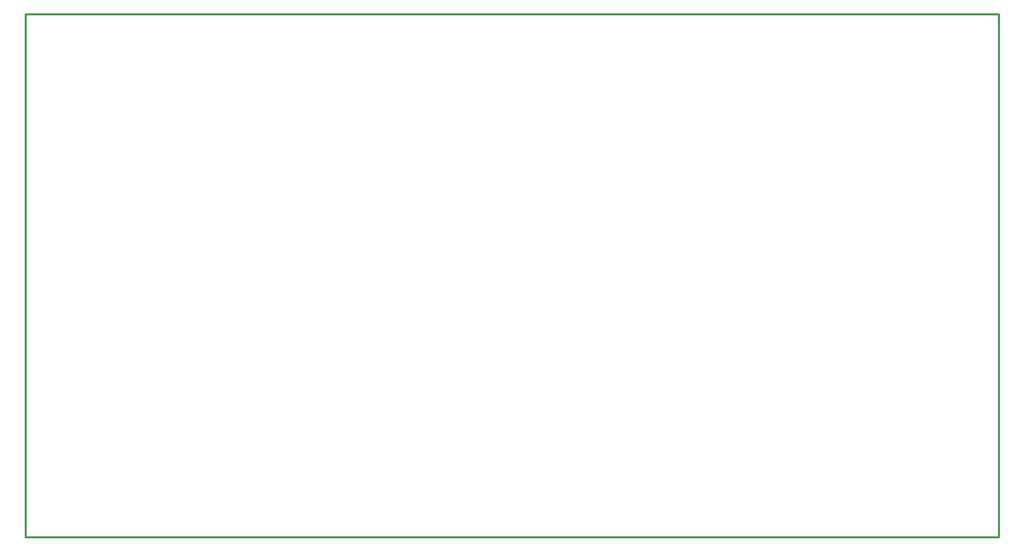
<source format=gko>
G04 Layer: BoardOutlineLayer*
G04 EasyEDA v6.5.8, 2022-08-15 07:29:34*
G04 028e3914a6f949ed9ca799ef75e4ed4f,10*
G04 Gerber Generator version 0.2*
G04 Scale: 100 percent, Rotated: No, Reflected: No *
G04 Dimensions in millimeters *
G04 leading zeros omitted , absolute positions ,4 integer and 5 decimal *
%FSLAX45Y45*%
%MOMM*%

%ADD10C,0.2540*%
D10*
X699998Y8499983D02*
G01*
X13039973Y8499983D01*
X13039973Y1869996D01*
X699998Y1869996D01*
X699998Y8499983D01*

%LPD*%
M02*

</source>
